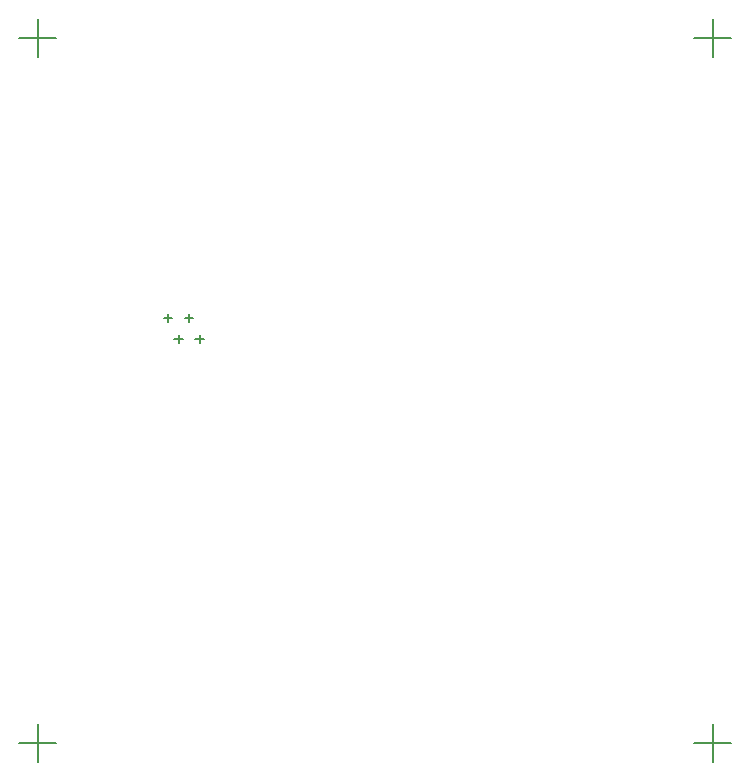
<source format=gbr>
%TF.GenerationSoftware,Altium Limited,Altium Designer,22.6.1 (34)*%
G04 Layer_Color=128*
%FSLAX26Y26*%
%MOIN*%
%TF.SameCoordinates,875EB05E-A6AF-4184-B243-C0806E1F30E9*%
%TF.FilePolarity,Positive*%
%TF.FileFunction,Drillmap*%
%TF.Part,Single*%
G01*
G75*
%TA.AperFunction,NonConductor*%
%ADD68C,0.005000*%
D68*
X2312000Y2475000D02*
X2438000D01*
X2375000Y2412000D02*
Y2538000D01*
X62000Y2475000D02*
X188000D01*
X125000Y2412000D02*
Y2538000D01*
X2312000Y125000D02*
X2438000D01*
X2375000Y62000D02*
Y188000D01*
X62000Y125000D02*
X188000D01*
X125000Y62000D02*
Y188000D01*
X616000Y1540000D02*
X644000D01*
X630000Y1526000D02*
Y1554000D01*
X651000Y1470000D02*
X679000D01*
X665000Y1456000D02*
Y1484000D01*
X546000Y1540000D02*
X574000D01*
X560000Y1526000D02*
Y1554000D01*
X581000Y1470000D02*
X609000D01*
X595000Y1456000D02*
Y1484000D01*
%TF.MD5,bb8d6d6f28adbde261f4837cb61bb7d0*%
M02*

</source>
